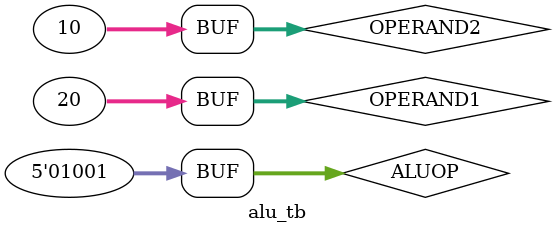
<source format=v>

module alu(DATA1, DATA2, RESULT, SELECT, EQ_FLAG, LT_FLAG, LTU_FLAG);
    //Port declarations, Declarations of wire & reg
    input [31:0] DATA1, DATA2;               //Define 32bit inputs DATA1 and DATA2
	input [4:0] SELECT;                      //Define 5bit SELECT port
	output reg [31:0] RESULT;                //Define 32bit output port (output is declared as reg type, as it is used in procedural block)
	output EQ_FLAG, LT_FLAG, LTU_FLAG;       //Define output signals
    
	wire[31:0] ADD, SUB,
               SLL, 
               SLT, SLTU,
               XOR,
               SRL, SRA,
               OR, AND,
               MUL, MULH, MULHSU, MULHU,
			   DIV, DIVU,
               REM, REMU;                                       
	
    //Instructions
    assign #2 ADD = DATA1 + DATA2;      //Addition
	assign #2 SUB = DATA1 - DATA2;      //Substraction
    
    assign #1 SLL = DATA1 << DATA2;     //Shift left logical
	
    assign #1 SLT = ($signed(DATA1) < $signed(DATA2)) ? 32'd1 : 32'd0;         //Set less than
    assign #1 SLTU = ($unsigned(DATA1) < $unsigned(DATA2)) ? 32'd1 : 32'd0;    //Set less than usigned    
    
    assign #1 XOR = DATA1 ^ DATA2;      //Bitwise XOR
    
    assign #1 SRL = DATA1 >> DATA2;	    //Shift right logical
    assign #1 SRA = DATA1 >>> DATA2;    //Shift roght arithmetic
    
    assign #1 OR = DATA1 | DATA2;       //Bitwise OR
    assign #1 AND = DATA1 & DATA2;      //Bitwise AND
    
	assign #3 MUL = DATA1 * DATA2;                           //Multiplication
    assign #3 MULH = DATA1 * DATA2;                          //Multiplication (Signed)
    assign #3 MULHSU = $signed(DATA1) * $unsigned(DATA2);    //Multiplication (Signed x UnSigned)
    assign #3 MULHU = $unsigned(DATA1) * $unsigned(DATA2);   //Multiplication (UnSigned)
    
	assign #3 DIV = DATA1 / DATA2;                           //Division
    assign #3 DIVU = $unsigned(DATA1) / $unsigned(DATA2);    //Division Unsigned
    assign #3 REM = DATA1 % DATA2;                           //Remainder
    assign #3 REMU = DATA1 % DATA2;                          //Remainder Unsigned
    
    //Always block calls whenever a signal changes
	always @(*)                          
	begin
        //Select the function to implement using a case structure
		case(SELECT)
			5'b00000: RESULT = ADD;                                                  
			5'b00001: RESULT = SUB;		         
			5'b00010: RESULT = SLL;          
            5'b00011: RESULT = SLT;        
            5'b00100: RESULT = SLTU;	             							
   			5'b00101: RESULT = XOR;                   
            5'b00110: RESULT = SRL;                 			            							
            5'b00111: RESULT = SRA;                 			            							
            5'b01000: RESULT = OR;                 			            							
            5'b01001: RESULT = AND;                 			            							
			5'b01010: RESULT = MUL;                 			            							
			5'b01011: RESULT = MULH;                 			            							
			5'b01100: RESULT = MULHSU;                 			            							
			5'b01101: RESULT = MULHU;                 			            							                                             			  
			5'b01110: RESULT = DIV;                 			            							
			5'b01111: RESULT = DIVU;                 			            							
			5'b10000: RESULT = REM;                 			            							
			5'b10001: RESULT = REMU;                 			            							
		    default: RESULT = 31'd0;		//Default value=0 (For unused select combinations)
		endcase
    end    
    
    //Generating signals
	assign EQ_FLAG = ~(|RESULT);    //Equal flag is used to check whether DATA1=DATA2
	assign LT_FLAG = RESULT[31];    //Less than flag is used to check whether DATA1<DATA2
	assign LTU_FLAG = SLTU[0];	    //Less than unsigned flag is used to check whether |DATA1|<|DATA2|          
endmodule

//Testbench of ALU
module alu_tb();
    //Declarations of reg & wire
   	reg [31:0] OPERAND1, OPERAND2;
	reg [4:0] ALUOP;
	wire [31:0] ALURESULT;
	wire EQ_FLAG, LT_FLAG, LTU_FLAG;
	 
    //Instantiate ALU module
	alu myalu(OPERAND1, OPERAND2, ALURESULT, ALUOP, EQ_FLAG, LT_FLAG, LTU_FLAG);	
		
    initial
    begin
        //To display the results
        $monitor($time, " OPERAND1: %b, OPERAND2: %b, ALUOP: %b, ALURESULT: %b", OPERAND1, OPERAND2, ALUOP, ALURESULT);
        //$dumpfile("alu_wavedata.vcd");
        //$dumpvars(0,myalu);
    end
    
    initial
    begin
        OPERAND1 = 32'd20;
        OPERAND2 = 32'd10;
        
        $display("OPERAND1 + OPERAND2");
        ALUOP = 5'b00000;
        #5 
        
        $display("OPERAND1 - OPERAND2");
        ALUOP = 5'b00001;
        #5
        
        $display("OPERAND1 | OPERAND2");        
        ALUOP = 5'b01000;
        #5
        
        $display("OPERAND1 & OPERAND2"); 
        ALUOP = 5'b01001;
    end		
endmodule

</source>
